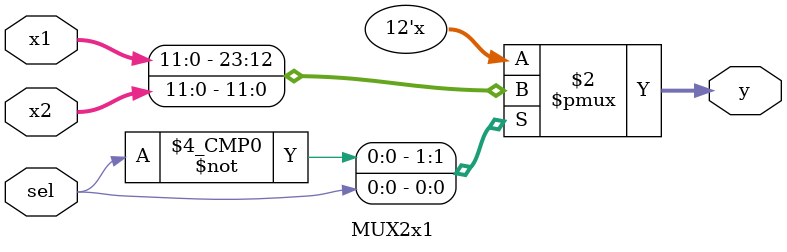
<source format=sv>
`timescale 1ns / 1ps

module ImageVGA (
    input  logic       clk,
    input  logic       reset,
    input  logic [3:0] sw_red,
    input  logic [3:0] sw_green,
    input  logic [3:0] sw_blue,
    input  logic       sw_mode,
    output logic       h_sync,
    output logic       v_sync,
    output       [3:0] o_red,
    output       [3:0] o_green,
    output       [3:0] o_blue
);

    logic                   DE;
    logic [$clog2(640)-1:0] x_pixel;
    logic [$clog2(640)-1:0] y_pixel;

    logic [3:0] in_red, in_green, in_blue;


    VGA_Controller U_VGA_controller (.*);
    ImageRom U_ImageRom (
        .x_pixel   (x_pixel),
        .y_pixel   (y_pixel),
        .DE        (DE),
        .red_port  (in_red),
        .green_port(in_green),
        .blue_port (in_blue)
    );

    filter_RGB U_RGB_Filter (
        .in_red  (in_red),
        .in_green(in_green),
        .in_blue (in_blue),
        .sw_red  (sw_red),
        .sw_green(sw_green),
        .sw_blue (sw_blue),
        .red     (red),
        .green   (green),
        .blue    (blue)
    );

    grayscale_converter U_Gray_Filter (
        .in_red  (in_red),
        .in_green(in_green),
        .in_blue (in_blue),
        .gray1   (gray1),
        .gray2   (gray2),
        .gray3   (gray3)
    );

    MUX2x1 U_MUX2x1 (
        .x1 ({red, green, blue}),
        .x2 ({gray1, gray2, gray3}),
        .y  ({o_red, o_green, o_blue}),
        .sel(sw_mode)
    );


endmodule

module MUX2x1 (
    input logic [11:0] x1,
    input logic [11:0] x2,
    output logic [11:0] y,
    input logic sel
);

    always_comb begin
        case (sel)
            0: y = x1;
            1: y = x2;
        endcase
    end


endmodule

</source>
